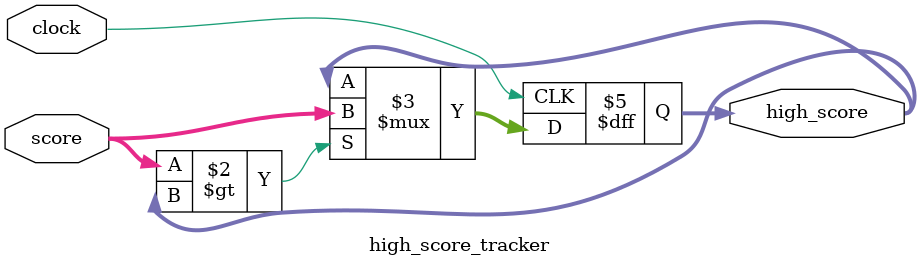
<source format=v>
module high_score_tracker(clock, score, high_score);
	output reg [7:0] high_score;
	input clock;
	input [7:0] score;
	
	always @(posedge clock)
	begin
		if (score > high_score)
		begin
			high_score <= score;
		end
	end
endmodule

</source>
